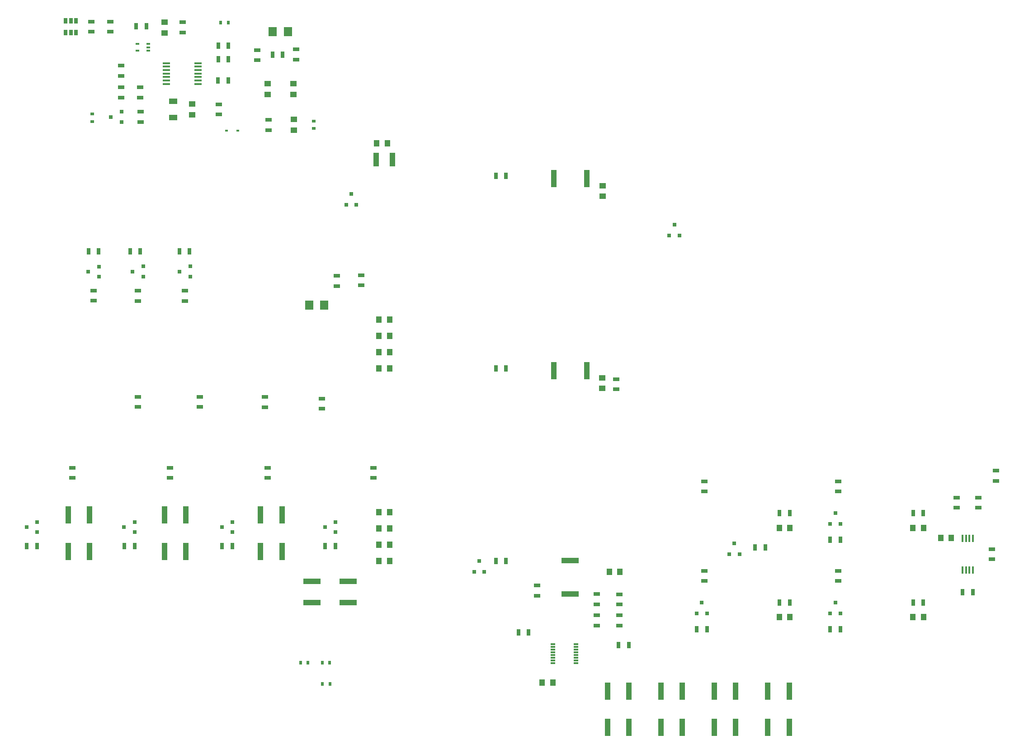
<source format=gtp>
G04 #@! TF.FileFunction,Paste,Top*
%FSLAX46Y46*%
G04 Gerber Fmt 4.6, Leading zero omitted, Abs format (unit mm)*
G04 Created by KiCad (PCBNEW 4.0.5+dfsg1-4) date Wed Feb  8 17:15:58 2017*
%MOMM*%
%LPD*%
G01*
G04 APERTURE LIST*
%ADD10C,0.100000*%
%ADD11R,0.700000X0.600000*%
%ADD12R,1.300000X0.700000*%
%ADD13R,1.000000X1.250000*%
%ADD14R,1.250000X1.000000*%
%ADD15R,0.800100X0.800100*%
%ADD16R,0.700000X1.300000*%
%ADD17R,0.889000X0.305000*%
%ADD18R,0.450000X1.450000*%
%ADD19R,1.450000X0.450000*%
%ADD20R,1.600000X1.000000*%
%ADD21R,0.650000X1.060000*%
%ADD22R,1.000000X2.500000*%
%ADD23R,0.600000X0.700000*%
%ADD24R,1.597660X1.800860*%
%ADD25R,0.590000X0.450000*%
%ADD26R,1.000000X3.200000*%
%ADD27R,3.200000X1.000000*%
%ADD28R,0.660400X0.406400*%
G04 APERTURE END LIST*
D10*
D11*
X159000000Y-76200000D03*
X159000000Y-74800000D03*
D12*
X117284500Y-58100000D03*
X117284500Y-56200000D03*
D13*
X203750000Y-180000000D03*
X201750000Y-180000000D03*
X172750000Y-78980000D03*
X170750000Y-78980000D03*
D14*
X213100000Y-86900000D03*
X213100000Y-88900000D03*
D13*
X173156000Y-115048000D03*
X171156000Y-115048000D03*
X173156000Y-118096000D03*
X171156000Y-118096000D03*
X173156000Y-112000000D03*
X171156000Y-112000000D03*
D14*
X213000000Y-122900000D03*
X213000000Y-124900000D03*
D13*
X173156000Y-154164000D03*
X171156000Y-154164000D03*
X173156000Y-151116000D03*
X171156000Y-151116000D03*
X173156000Y-148068000D03*
X171156000Y-148068000D03*
X214300000Y-159200000D03*
X216300000Y-159200000D03*
X278368000Y-152908000D03*
X276368000Y-152908000D03*
D14*
X131000500Y-58277000D03*
X131000500Y-56277000D03*
X155250000Y-74500000D03*
X155250000Y-76500000D03*
X150368000Y-67834000D03*
X150368000Y-69834000D03*
D15*
X122984260Y-74991000D03*
X122984260Y-73091000D03*
X120985280Y-74041000D03*
X118748980Y-103950000D03*
X118748980Y-102050000D03*
X116750000Y-103000000D03*
X236794000Y-155940760D03*
X238694000Y-155940760D03*
X237744000Y-153941780D03*
D16*
X193050000Y-85076000D03*
X194950000Y-85076000D03*
X193050000Y-157212000D03*
X194950000Y-157212000D03*
D12*
X286004000Y-156906000D03*
X286004000Y-155006000D03*
D16*
X280482000Y-163068000D03*
X282382000Y-163068000D03*
D12*
X279400000Y-145354000D03*
X279400000Y-147254000D03*
X283464000Y-145354000D03*
X283464000Y-147254000D03*
X120840500Y-56200000D03*
X120840500Y-58100000D03*
X126428500Y-70419000D03*
X126428500Y-68519000D03*
X122872500Y-70419000D03*
X122872500Y-68519000D03*
X122872500Y-64455000D03*
X122872500Y-66355000D03*
D16*
X141050000Y-67250000D03*
X142950000Y-67250000D03*
X142999500Y-60706000D03*
X141099500Y-60706000D03*
D12*
X126555500Y-74991000D03*
X126555500Y-73091000D03*
D16*
X151259500Y-62357000D03*
X153159500Y-62357000D03*
X127632500Y-57023000D03*
X125732500Y-57023000D03*
D12*
X134429500Y-58227000D03*
X134429500Y-56327000D03*
X155638500Y-61407000D03*
X155638500Y-63307000D03*
X141224000Y-71694000D03*
X141224000Y-73594000D03*
X117750000Y-106550000D03*
X117750000Y-108450000D03*
X232144000Y-142298000D03*
X232144000Y-144198000D03*
D16*
X271194000Y-148248000D03*
X273094000Y-148248000D03*
D17*
X203732221Y-172807390D03*
X203732221Y-173307390D03*
X203732221Y-173807390D03*
X203732221Y-174307390D03*
X203732221Y-174807390D03*
X203732221Y-175307390D03*
X203732221Y-175807390D03*
X208072221Y-172807390D03*
X208072221Y-173307390D03*
X208072221Y-173807390D03*
X208072221Y-174307390D03*
X208072221Y-174807390D03*
X208072221Y-175307390D03*
X208072221Y-176307390D03*
X208072221Y-175807390D03*
X203732221Y-176307390D03*
D18*
X280457000Y-158906000D03*
X281107000Y-158906000D03*
X281757000Y-158906000D03*
X282407000Y-158906000D03*
X282407000Y-153006000D03*
X281757000Y-153006000D03*
X281107000Y-153006000D03*
X280457000Y-153006000D03*
D14*
X155194000Y-67834000D03*
X155194000Y-69834000D03*
D13*
X246144000Y-167748000D03*
X248144000Y-167748000D03*
X271144000Y-150998000D03*
X273144000Y-150998000D03*
X271144000Y-167748000D03*
X273144000Y-167748000D03*
D15*
X230694000Y-166996980D03*
X232594000Y-166996980D03*
X231644000Y-164998000D03*
X255694000Y-150248760D03*
X257594000Y-150248760D03*
X256644000Y-148249780D03*
X255694000Y-166998760D03*
X257594000Y-166998760D03*
X256644000Y-164999780D03*
D12*
X150500000Y-74600000D03*
X150500000Y-76500000D03*
X232144000Y-159048000D03*
X232144000Y-160948000D03*
D16*
X241620000Y-154686000D03*
X243520000Y-154686000D03*
X230694000Y-169998000D03*
X232594000Y-169998000D03*
D12*
X257144000Y-142298000D03*
X257144000Y-144198000D03*
X257144000Y-159048000D03*
X257144000Y-160948000D03*
D16*
X255694000Y-153248000D03*
X257594000Y-153248000D03*
X255694000Y-169998000D03*
X257594000Y-169998000D03*
D19*
X131352500Y-63963000D03*
X131352500Y-64613000D03*
X131352500Y-65263000D03*
X131352500Y-65913000D03*
X131352500Y-66563000D03*
X131352500Y-67213000D03*
X131352500Y-67863000D03*
X137252500Y-67863000D03*
X137252500Y-67213000D03*
X137252500Y-66563000D03*
X137252500Y-65913000D03*
X137252500Y-65263000D03*
X137252500Y-64613000D03*
X137252500Y-63963000D03*
D13*
X246144000Y-150998000D03*
X248144000Y-150998000D03*
D12*
X163250000Y-105700000D03*
X163250000Y-103800000D03*
D16*
X246194000Y-148248000D03*
X248094000Y-148248000D03*
X246194000Y-164998000D03*
X248094000Y-164998000D03*
X271194000Y-164998000D03*
X273094000Y-164998000D03*
D20*
X132651500Y-71144000D03*
X132651500Y-74144000D03*
D15*
X188986000Y-159228760D03*
X190886000Y-159228760D03*
X189936000Y-157229780D03*
X107172760Y-151826000D03*
X107172760Y-149926000D03*
X105173780Y-150876000D03*
X125430280Y-151800600D03*
X125430280Y-149900600D03*
X123431300Y-150850600D03*
X143748760Y-151826000D03*
X143748760Y-149926000D03*
X141749780Y-150876000D03*
X163052760Y-151826000D03*
X163052760Y-149926000D03*
X161053780Y-150876000D03*
D16*
X142999500Y-63246000D03*
X141099500Y-63246000D03*
D12*
X148399500Y-61534000D03*
X148399500Y-63434000D03*
X126047500Y-106619000D03*
X126047500Y-108519000D03*
X134810500Y-106619000D03*
X134810500Y-108519000D03*
X167830500Y-103698000D03*
X167830500Y-105598000D03*
X113792000Y-141666000D03*
X113792000Y-139766000D03*
X132080000Y-141666000D03*
X132080000Y-139766000D03*
D16*
X105222000Y-154432000D03*
X107122000Y-154432000D03*
X123510000Y-154432000D03*
X125410000Y-154432000D03*
D12*
X150368000Y-141666000D03*
X150368000Y-139766000D03*
X170180000Y-141666000D03*
X170180000Y-139766000D03*
D16*
X141798000Y-154432000D03*
X143698000Y-154432000D03*
X161102000Y-154432000D03*
X163002000Y-154432000D03*
D21*
X112524500Y-58250000D03*
X113474500Y-58250000D03*
X114424500Y-58250000D03*
X114424500Y-56050000D03*
X112524500Y-56050000D03*
X113474500Y-56050000D03*
D16*
X193050000Y-121144000D03*
X194950000Y-121144000D03*
D13*
X173156000Y-157212000D03*
X171156000Y-157212000D03*
X173156000Y-121144000D03*
X171156000Y-121144000D03*
D22*
X173656000Y-82028000D03*
X170656000Y-82028000D03*
D14*
X136207500Y-71644000D03*
X136207500Y-73644000D03*
D23*
X160550000Y-176250000D03*
X161950000Y-176250000D03*
X156500000Y-176250000D03*
X157900000Y-176250000D03*
X160600000Y-180250000D03*
X162000000Y-180250000D03*
D11*
X117500000Y-74900000D03*
X117500000Y-73500000D03*
D23*
X141540000Y-56388000D03*
X142940000Y-56388000D03*
D24*
X151297640Y-58039000D03*
X154137360Y-58039000D03*
X160919860Y-109250000D03*
X158080140Y-109250000D03*
D25*
X144710000Y-76600000D03*
X142600000Y-76600000D03*
D15*
X225550000Y-96250760D03*
X227450000Y-96250760D03*
X226500000Y-94251780D03*
X127048260Y-103947000D03*
X127048260Y-102047000D03*
X125049280Y-102997000D03*
X135811260Y-103947000D03*
X135811260Y-102047000D03*
X133812280Y-102997000D03*
X165050000Y-90500760D03*
X166950000Y-90500760D03*
X166000000Y-88501780D03*
D26*
X203900000Y-85600000D03*
X210100000Y-85600000D03*
X203900000Y-121600000D03*
X210100000Y-121600000D03*
D27*
X207000000Y-157150000D03*
X207000000Y-163350000D03*
D12*
X215600000Y-123150000D03*
X215600000Y-125050000D03*
X216200000Y-169300000D03*
X216200000Y-167400000D03*
X212000000Y-169300000D03*
X212000000Y-167400000D03*
X216200000Y-165350000D03*
X216200000Y-163450000D03*
D16*
X197300000Y-170600000D03*
X199200000Y-170600000D03*
D12*
X200750000Y-161800000D03*
X200750000Y-163700000D03*
D16*
X216050000Y-173000000D03*
X217950000Y-173000000D03*
D12*
X212000000Y-165300000D03*
X212000000Y-163400000D03*
X286750000Y-142200000D03*
X286750000Y-140300000D03*
D16*
X126450000Y-99250000D03*
X124550000Y-99250000D03*
X118700000Y-99250000D03*
X116800000Y-99250000D03*
X135700000Y-99250000D03*
X133800000Y-99250000D03*
D12*
X126000000Y-126450000D03*
X126000000Y-128350000D03*
X137600000Y-126450000D03*
X137600000Y-128350000D03*
X149800000Y-126500000D03*
X149800000Y-128400000D03*
X160500000Y-126800000D03*
X160500000Y-128700000D03*
D26*
X228000000Y-188400000D03*
X228000000Y-181600000D03*
X224000000Y-181600000D03*
X224000000Y-188400000D03*
X218000000Y-188400000D03*
X218000000Y-181600000D03*
X214000000Y-181600000D03*
X214000000Y-188400000D03*
X248000000Y-188400000D03*
X248000000Y-181600000D03*
X244000000Y-181600000D03*
X244000000Y-188400000D03*
X238000000Y-188400000D03*
X238000000Y-181600000D03*
X234000000Y-181600000D03*
X234000000Y-188400000D03*
X113000000Y-148600000D03*
X113000000Y-155400000D03*
X117000000Y-155400000D03*
X117000000Y-148600000D03*
X131000000Y-148600000D03*
X131000000Y-155400000D03*
X135000000Y-155400000D03*
X135000000Y-148600000D03*
X149000000Y-148600000D03*
X149000000Y-155400000D03*
X153000000Y-155400000D03*
X153000000Y-148600000D03*
D27*
X165400000Y-161000000D03*
X158600000Y-161000000D03*
X158600000Y-165000000D03*
X165400000Y-165000000D03*
D28*
X128016000Y-61660400D03*
X128016000Y-60339600D03*
X128016000Y-61000000D03*
X125984000Y-60339600D03*
X125984000Y-61660400D03*
M02*

</source>
